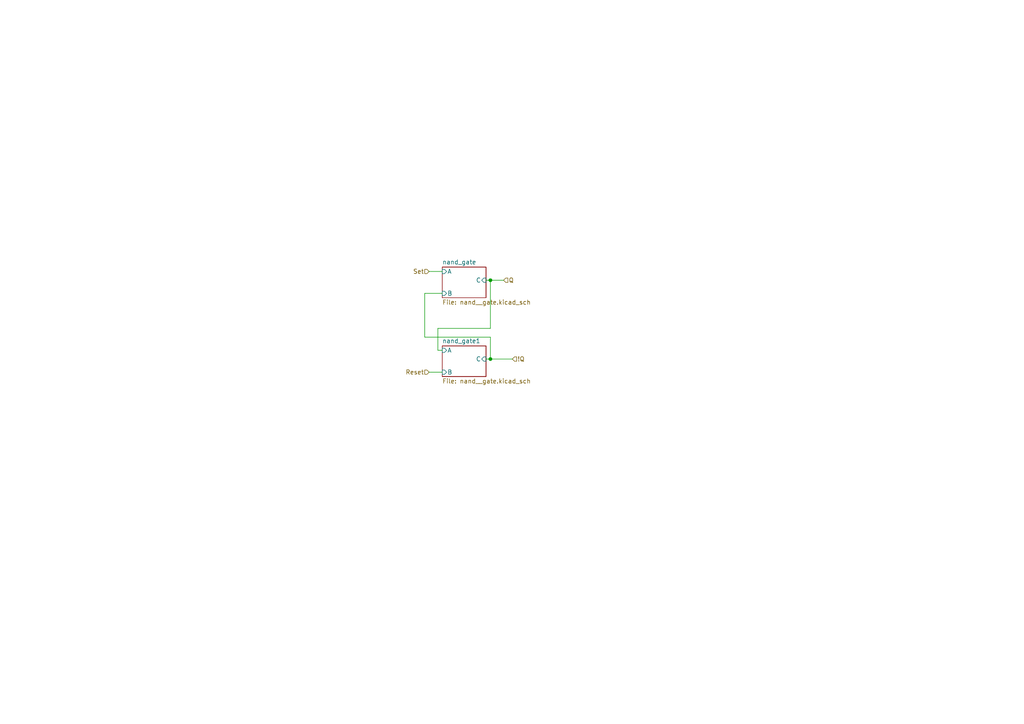
<source format=kicad_sch>
(kicad_sch (version 20230121) (generator eeschema)
  (paper "A4")
  (lib_symbols)
  (junction (at 142.24 104.14))
  (junction (at 142.24 81.28))
  (wire (pts (xy 140.97 104.14) (xy 142.24 104.14)))
  (wire (pts (xy 123.19 85.09) (xy 128.27 85.09)))
  (wire (pts (xy 142.24 104.14) (xy 148.59 104.14)))
  (wire (pts (xy 127 101.6) (xy 128.27 101.6)))
  (wire (pts (xy 123.19 97.79) (xy 123.19 85.09)))
  (wire (pts (xy 142.24 104.14) (xy 142.24 97.79)))
  (wire (pts (xy 124.46 107.95) (xy 128.27 107.95)))
  (wire (pts (xy 140.97 81.28) (xy 142.24 81.28)))
  (wire (pts (xy 142.24 97.79) (xy 123.19 97.79)))
  (wire (pts (xy 142.24 81.28) (xy 142.24 95.25)))
  (wire (pts (xy 142.24 81.28) (xy 146.05 81.28)))
  (wire (pts (xy 127 95.25) (xy 127 101.6)))
  (wire (pts (xy 142.24 95.25) (xy 127 95.25)))
  (wire (pts (xy 124.46 78.74) (xy 128.27 78.74)))
  (hierarchical_label "Q" (shape input) (at 146.05 81.28 0))
  (hierarchical_label "Set" (shape input) (at 124.46 78.74 180))
  (hierarchical_label "!Q" (shape input) (at 148.59 104.14 0))
  (hierarchical_label "Reset" (shape input) (at 124.46 107.95 180))
  (sheet (at 128.27 77.47) (size 12.7 8.89) (stroke (width 0.1524))
    (property "Sheetname" "nand_gate" (at 128.27 76.7584 0) (effects (justify left bottom)))
    (property "Sheetfile" "nand__gate.kicad_sch" (at 128.27 86.9446 0) (effects (justify left top)))
    (pin "B" input (at 128.27 85.09 180))
    (pin "A" input (at 128.27 78.74 180))
    (pin "C" input (at 140.97 81.28 0))
  )
  (sheet (at 128.27 100.33) (size 12.7 8.89) (stroke (width 0.1524))
    (property "Sheetname" "nand_gate1" (at 128.27 99.6184 0) (effects (justify left bottom)))
    (property "Sheetfile" "nand__gate.kicad_sch" (at 128.27 109.8046 0) (effects (justify left top)))
    (pin "B" input (at 128.27 107.95 180))
    (pin "A" input (at 128.27 101.6 180))
    (pin "C" input (at 140.97 104.14 0))
  )
)
</source>
